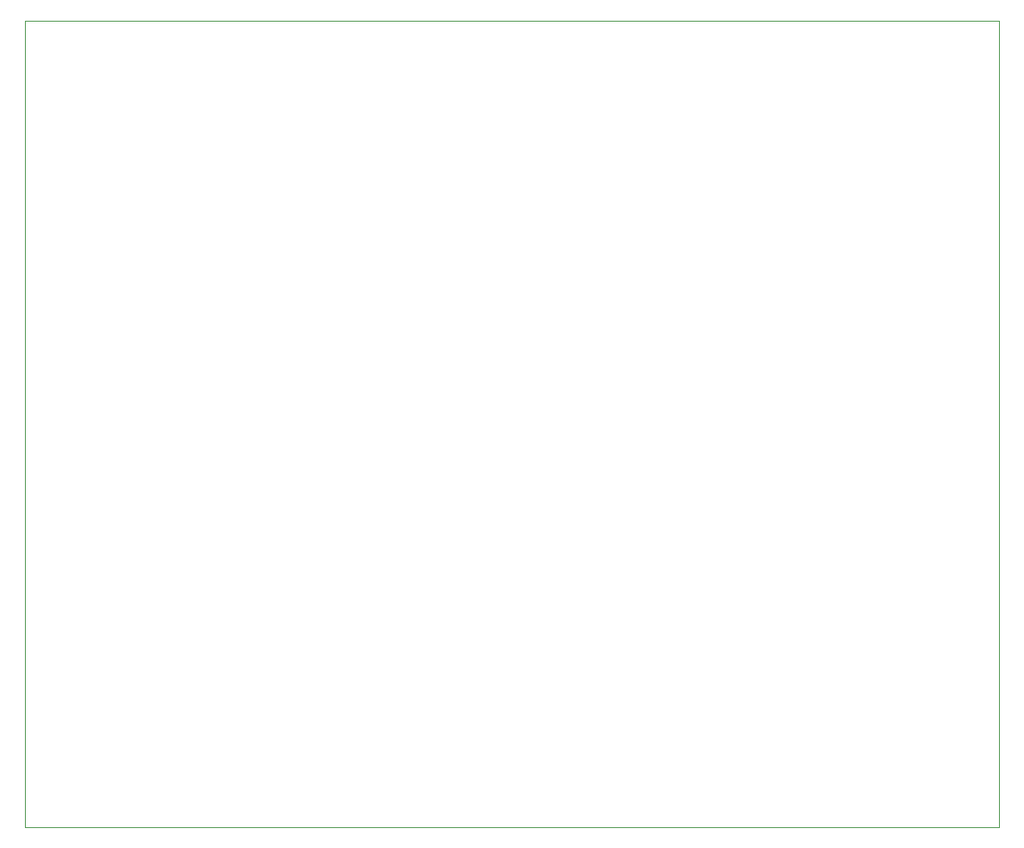
<source format=gm1>
%TF.GenerationSoftware,KiCad,Pcbnew,7.0.8*%
%TF.CreationDate,2023-10-15T17:50:00-07:00*%
%TF.ProjectId,htpm_control_additional_info,6874706d-5f63-46f6-9e74-726f6c5f6164,1*%
%TF.SameCoordinates,Original*%
%TF.FileFunction,Profile,NP*%
%FSLAX46Y46*%
G04 Gerber Fmt 4.6, Leading zero omitted, Abs format (unit mm)*
G04 Created by KiCad (PCBNEW 7.0.8) date 2023-10-15 17:50:00*
%MOMM*%
%LPD*%
G01*
G04 APERTURE LIST*
%TA.AperFunction,Profile*%
%ADD10C,0.100000*%
%TD*%
G04 APERTURE END LIST*
D10*
X93472000Y-48768000D02*
X192532000Y-48768000D01*
X192532000Y-130810000D01*
X93472000Y-130810000D01*
X93472000Y-48768000D01*
M02*

</source>
